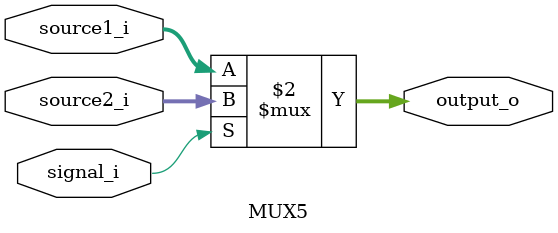
<source format=v>
module MUX5
(
    source1_i,
    source2_i,
    signal_i,
    output_o
);


// Interface
input  [4:0] source1_i;
input  [4:0] source2_i;
input  [0:0] signal_i;

output  reg [4:0]  output_o = 0;

// Calculate
always @(*) begin
    output_o = (signal_i)? source2_i: source1_i;
end

endmodule
</source>
